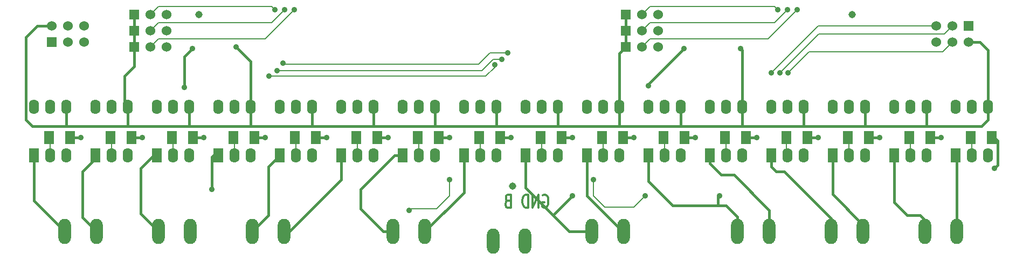
<source format=gbl>
G04 (created by PCBNEW-RS274X (2012-01-19 BZR 3256)-stable) date mer. 09 mai 2012 22:09:25 CEST*
G01*
G70*
G90*
%MOIN*%
G04 Gerber Fmt 3.4, Leading zero omitted, Abs format*
%FSLAX34Y34*%
G04 APERTURE LIST*
%ADD10C,0.006000*%
%ADD11C,0.012000*%
%ADD12R,0.060000X0.060000*%
%ADD13C,0.060000*%
%ADD14R,0.062000X0.090000*%
%ADD15O,0.062000X0.090000*%
%ADD16O,0.078000X0.156000*%
%ADD17R,0.060000X0.080000*%
%ADD18C,0.045000*%
%ADD19C,0.035000*%
%ADD20C,0.015900*%
%ADD21C,0.008000*%
G04 APERTURE END LIST*
G54D10*
G54D11*
X62186Y-56962D02*
X62243Y-56924D01*
X62329Y-56924D01*
X62414Y-56962D01*
X62472Y-57038D01*
X62500Y-57114D01*
X62529Y-57267D01*
X62529Y-57381D01*
X62500Y-57533D01*
X62472Y-57610D01*
X62414Y-57686D01*
X62329Y-57724D01*
X62272Y-57724D01*
X62186Y-57686D01*
X62157Y-57648D01*
X62157Y-57381D01*
X62272Y-57381D01*
X61900Y-57724D02*
X61900Y-56924D01*
X61557Y-57724D01*
X61557Y-56924D01*
X61271Y-57724D02*
X61271Y-56924D01*
X61128Y-56924D01*
X61043Y-56962D01*
X60985Y-57038D01*
X60957Y-57114D01*
X60928Y-57267D01*
X60928Y-57381D01*
X60957Y-57533D01*
X60985Y-57610D01*
X61043Y-57686D01*
X61128Y-57724D01*
X61271Y-57724D01*
X60014Y-57305D02*
X59928Y-57343D01*
X59900Y-57381D01*
X59871Y-57457D01*
X59871Y-57571D01*
X59900Y-57648D01*
X59928Y-57686D01*
X59986Y-57724D01*
X60214Y-57724D01*
X60214Y-56924D01*
X60014Y-56924D01*
X59957Y-56962D01*
X59928Y-57000D01*
X59900Y-57076D01*
X59900Y-57152D01*
X59928Y-57229D01*
X59957Y-57267D01*
X60014Y-57305D01*
X60214Y-57305D01*
G54D12*
X67300Y-47800D03*
G54D13*
X68300Y-47800D03*
X69300Y-47800D03*
G54D12*
X67300Y-46800D03*
G54D13*
X68300Y-46800D03*
X69300Y-46800D03*
G54D12*
X67300Y-45800D03*
G54D13*
X68300Y-45800D03*
X69300Y-45800D03*
G54D14*
X61100Y-54500D03*
G54D15*
X62100Y-54500D03*
X63100Y-54500D03*
X63100Y-51500D03*
X62100Y-51500D03*
X61100Y-51500D03*
G54D14*
X64900Y-54500D03*
G54D15*
X65900Y-54500D03*
X66900Y-54500D03*
X66900Y-51500D03*
X65900Y-51500D03*
X64900Y-51500D03*
G54D14*
X68700Y-54500D03*
G54D15*
X69700Y-54500D03*
X70700Y-54500D03*
X70700Y-51500D03*
X69700Y-51500D03*
X68700Y-51500D03*
G54D14*
X72500Y-54500D03*
G54D15*
X73500Y-54500D03*
X74500Y-54500D03*
X74500Y-51500D03*
X73500Y-51500D03*
X72500Y-51500D03*
G54D14*
X76300Y-54500D03*
G54D15*
X77300Y-54500D03*
X78300Y-54500D03*
X78300Y-51500D03*
X77300Y-51500D03*
X76300Y-51500D03*
G54D14*
X80100Y-54500D03*
G54D15*
X81100Y-54500D03*
X82100Y-54500D03*
X82100Y-51500D03*
X81100Y-51500D03*
X80100Y-51500D03*
G54D14*
X83900Y-54500D03*
G54D15*
X84900Y-54500D03*
X85900Y-54500D03*
X85900Y-51500D03*
X84900Y-51500D03*
X83900Y-51500D03*
G54D14*
X87700Y-54500D03*
G54D15*
X88700Y-54500D03*
X89700Y-54500D03*
X89700Y-51500D03*
X88700Y-51500D03*
X87700Y-51500D03*
G54D14*
X30700Y-54500D03*
G54D15*
X31700Y-54500D03*
X32700Y-54500D03*
X32700Y-51500D03*
X31700Y-51500D03*
X30700Y-51500D03*
G54D14*
X34500Y-54500D03*
G54D15*
X35500Y-54500D03*
X36500Y-54500D03*
X36500Y-51500D03*
X35500Y-51500D03*
X34500Y-51500D03*
G54D14*
X38300Y-54500D03*
G54D15*
X39300Y-54500D03*
X40300Y-54500D03*
X40300Y-51500D03*
X39300Y-51500D03*
X38300Y-51500D03*
G54D14*
X42100Y-54500D03*
G54D15*
X43100Y-54500D03*
X44100Y-54500D03*
X44100Y-51500D03*
X43100Y-51500D03*
X42100Y-51500D03*
G54D14*
X45900Y-54500D03*
G54D15*
X46900Y-54500D03*
X47900Y-54500D03*
X47900Y-51500D03*
X46900Y-51500D03*
X45900Y-51500D03*
G54D14*
X49700Y-54500D03*
G54D15*
X50700Y-54500D03*
X51700Y-54500D03*
X51700Y-51500D03*
X50700Y-51500D03*
X49700Y-51500D03*
G54D14*
X53500Y-54500D03*
G54D15*
X54500Y-54500D03*
X55500Y-54500D03*
X55500Y-51500D03*
X54500Y-51500D03*
X53500Y-51500D03*
G54D14*
X57300Y-54500D03*
G54D15*
X58300Y-54500D03*
X59300Y-54500D03*
X59300Y-51500D03*
X58300Y-51500D03*
X57300Y-51500D03*
G54D16*
X52910Y-59200D03*
X54880Y-59200D03*
X44210Y-59200D03*
X46180Y-59200D03*
X38410Y-59200D03*
X40380Y-59200D03*
X32610Y-59200D03*
X34580Y-59200D03*
X85810Y-59200D03*
X87780Y-59200D03*
X80010Y-59200D03*
X81980Y-59200D03*
X74210Y-59200D03*
X76180Y-59200D03*
X65210Y-59200D03*
X67180Y-59200D03*
G54D12*
X31800Y-47500D03*
G54D13*
X31800Y-46500D03*
X32800Y-47500D03*
X32800Y-46500D03*
X33800Y-47500D03*
X33800Y-46500D03*
G54D12*
X88500Y-46500D03*
G54D13*
X88500Y-47500D03*
X87500Y-46500D03*
X87500Y-47500D03*
X86500Y-46500D03*
X86500Y-47500D03*
G54D16*
X59110Y-59800D03*
X61080Y-59800D03*
G54D12*
X36900Y-47800D03*
G54D13*
X37900Y-47800D03*
X38900Y-47800D03*
G54D12*
X36900Y-46800D03*
G54D13*
X37900Y-46800D03*
X38900Y-46800D03*
G54D12*
X36900Y-45800D03*
G54D13*
X37900Y-45800D03*
X38900Y-45800D03*
G54D17*
X58250Y-53400D03*
X59550Y-53400D03*
X54450Y-53400D03*
X55750Y-53400D03*
X50650Y-53400D03*
X51950Y-53400D03*
X46850Y-53400D03*
X48150Y-53400D03*
X43050Y-53400D03*
X44350Y-53400D03*
X39250Y-53400D03*
X40550Y-53400D03*
X35450Y-53400D03*
X36750Y-53400D03*
X31650Y-53400D03*
X32950Y-53400D03*
X88650Y-53400D03*
X89950Y-53400D03*
X84850Y-53400D03*
X86150Y-53400D03*
X81050Y-53400D03*
X82350Y-53400D03*
X77250Y-53400D03*
X78550Y-53400D03*
X73450Y-53400D03*
X74750Y-53400D03*
X69650Y-53400D03*
X70950Y-53400D03*
X65850Y-53400D03*
X67150Y-53400D03*
X62050Y-53400D03*
X63350Y-53400D03*
G54D18*
X81300Y-45800D03*
X40900Y-45800D03*
X60300Y-56400D03*
G54D19*
X40000Y-50300D03*
X68700Y-50200D03*
X40500Y-47900D03*
X70900Y-47900D03*
X76300Y-49400D03*
X59200Y-48900D03*
X45250Y-49600D03*
X73100Y-57000D03*
X64000Y-57000D03*
X41700Y-56600D03*
X59650Y-48550D03*
X45750Y-49250D03*
X76850Y-49400D03*
X77350Y-49400D03*
X60000Y-48150D03*
X46100Y-48800D03*
X43200Y-47800D03*
X74400Y-47900D03*
X45000Y-53400D03*
X60200Y-53400D03*
X33600Y-53400D03*
X41200Y-53400D03*
X71600Y-53400D03*
X75400Y-53400D03*
X79200Y-53400D03*
X83000Y-53400D03*
X90100Y-55300D03*
X64000Y-53400D03*
X67800Y-53400D03*
X86800Y-53400D03*
X37400Y-53400D03*
X48800Y-53400D03*
X52600Y-53400D03*
X56400Y-53400D03*
X68500Y-57000D03*
X65300Y-56000D03*
X46200Y-45500D03*
X77900Y-45500D03*
X76700Y-45500D03*
X56400Y-56000D03*
X53900Y-57900D03*
X77300Y-45500D03*
X45600Y-45500D03*
X46800Y-45500D03*
G54D20*
X40500Y-47900D02*
X40000Y-48400D01*
X40000Y-48400D02*
X40000Y-50300D01*
X68700Y-50100D02*
X68700Y-50200D01*
X70900Y-47900D02*
X68700Y-50100D01*
G54D21*
X76300Y-49400D02*
X79200Y-46500D01*
X79200Y-46500D02*
X86500Y-46500D01*
X58650Y-49600D02*
X45250Y-49600D01*
X59200Y-48900D02*
X59200Y-49050D01*
X58650Y-49600D02*
X59200Y-49050D01*
G54D20*
X57300Y-54500D02*
X57300Y-56780D01*
X57300Y-56780D02*
X54880Y-59200D01*
X53000Y-54500D02*
X50900Y-56600D01*
X50900Y-56600D02*
X50900Y-57800D01*
X50900Y-57800D02*
X52300Y-59200D01*
X52300Y-59200D02*
X52910Y-59200D01*
X53500Y-54500D02*
X53000Y-54500D01*
X81980Y-58780D02*
X80100Y-56900D01*
X80100Y-56900D02*
X80100Y-54500D01*
X81980Y-59200D02*
X81980Y-58780D01*
X80010Y-59200D02*
X80010Y-58410D01*
X76300Y-55200D02*
X76300Y-54500D01*
X77100Y-55500D02*
X76600Y-55500D01*
X80010Y-58410D02*
X77100Y-55500D01*
X76600Y-55500D02*
X76300Y-55200D01*
X76180Y-57880D02*
X74000Y-55700D01*
X74000Y-55700D02*
X73200Y-55700D01*
X76180Y-59200D02*
X76180Y-57880D01*
X72500Y-55000D02*
X72500Y-54500D01*
X73200Y-55700D02*
X72500Y-55000D01*
X73000Y-57100D02*
X73100Y-57000D01*
X73000Y-57600D02*
X73000Y-57100D01*
X73000Y-57600D02*
X70200Y-57600D01*
X74210Y-58310D02*
X73500Y-57600D01*
X74210Y-59200D02*
X74210Y-58310D01*
X73500Y-57600D02*
X73000Y-57600D01*
X68700Y-56100D02*
X68700Y-54500D01*
X70200Y-57600D02*
X68700Y-56100D01*
X67180Y-59200D02*
X67100Y-59200D01*
X67100Y-59200D02*
X64900Y-57000D01*
X64900Y-57000D02*
X64900Y-54500D01*
X61100Y-56500D02*
X61100Y-54500D01*
X65210Y-59200D02*
X63800Y-59200D01*
X62800Y-58200D02*
X61100Y-56500D01*
X63800Y-59200D02*
X62800Y-58200D01*
X62800Y-58200D02*
X64000Y-57000D01*
X46180Y-59200D02*
X46500Y-59200D01*
X46500Y-59200D02*
X49700Y-56000D01*
X49700Y-56000D02*
X49700Y-54500D01*
X44210Y-59190D02*
X45200Y-58200D01*
X45200Y-55200D02*
X45900Y-54500D01*
X45200Y-58200D02*
X45200Y-55200D01*
X44210Y-59200D02*
X44210Y-59190D01*
X42100Y-54500D02*
X41800Y-54500D01*
X41700Y-54600D02*
X41700Y-56600D01*
X41800Y-54500D02*
X41700Y-54600D01*
X37300Y-58090D02*
X38410Y-59200D01*
X38300Y-54500D02*
X38100Y-54500D01*
X38100Y-54500D02*
X37300Y-55300D01*
X37300Y-55300D02*
X37300Y-58090D01*
X34500Y-54500D02*
X34500Y-54700D01*
X34500Y-54700D02*
X33700Y-55500D01*
X33700Y-55500D02*
X33700Y-58320D01*
X33700Y-58320D02*
X34580Y-59200D01*
X30700Y-57290D02*
X32610Y-59200D01*
X30700Y-54500D02*
X30700Y-57290D01*
X87780Y-59200D02*
X87780Y-54580D01*
X87780Y-54580D02*
X87700Y-54500D01*
X85810Y-58510D02*
X85500Y-58200D01*
X85500Y-58200D02*
X84700Y-58200D01*
X84700Y-58200D02*
X83900Y-57400D01*
X83900Y-57400D02*
X83900Y-54500D01*
X85810Y-59200D02*
X85810Y-58510D01*
G54D21*
X58400Y-49250D02*
X45750Y-49250D01*
X86150Y-47000D02*
X79250Y-47000D01*
X76850Y-49400D02*
X79250Y-47000D01*
X86150Y-47000D02*
X87000Y-47000D01*
X87000Y-47000D02*
X87500Y-46500D01*
X58400Y-49250D02*
X59100Y-48550D01*
X59100Y-48550D02*
X59650Y-48550D01*
X78650Y-48100D02*
X86900Y-48100D01*
X46150Y-48850D02*
X46100Y-48800D01*
X58200Y-48850D02*
X46150Y-48850D01*
X87500Y-47500D02*
X86900Y-48100D01*
X58900Y-48150D02*
X58200Y-48850D01*
X60000Y-48150D02*
X58900Y-48150D01*
X78650Y-48100D02*
X77350Y-49400D01*
G54D20*
X66900Y-48200D02*
X66900Y-51500D01*
X36900Y-46800D02*
X36900Y-47800D01*
X30600Y-52700D02*
X30200Y-52300D01*
X36300Y-51300D02*
X36500Y-51500D01*
X85900Y-51500D02*
X85900Y-52700D01*
X36900Y-49000D02*
X36300Y-49600D01*
X67300Y-45800D02*
X67300Y-46800D01*
X74500Y-52700D02*
X78300Y-52700D01*
X44100Y-52700D02*
X47900Y-52700D01*
X32700Y-52700D02*
X30600Y-52700D01*
X59300Y-52700D02*
X59300Y-51500D01*
X37600Y-52700D02*
X40300Y-52700D01*
X44100Y-48700D02*
X44100Y-51500D01*
X44100Y-51500D02*
X44100Y-52700D01*
X70700Y-52700D02*
X74500Y-52700D01*
X67300Y-47800D02*
X66900Y-48200D01*
X78300Y-51500D02*
X78300Y-52700D01*
X74500Y-48000D02*
X74500Y-51500D01*
X30900Y-46500D02*
X31800Y-46500D01*
X74400Y-47900D02*
X74500Y-48000D01*
X85900Y-52700D02*
X89300Y-52700D01*
X47900Y-52700D02*
X51700Y-52700D01*
X66900Y-52700D02*
X66900Y-51500D01*
X36900Y-45800D02*
X36900Y-46800D01*
X89700Y-51500D02*
X89700Y-48000D01*
X55500Y-51500D02*
X55500Y-52700D01*
X32900Y-52700D02*
X36500Y-52700D01*
X47900Y-51500D02*
X47900Y-52700D01*
X63100Y-52700D02*
X66900Y-52700D01*
X51700Y-51500D02*
X51700Y-52700D01*
X36700Y-52700D02*
X37600Y-52700D01*
X89300Y-52700D02*
X89700Y-52300D01*
X82100Y-52700D02*
X85900Y-52700D01*
X40300Y-52700D02*
X44100Y-52700D01*
X36300Y-49600D02*
X36300Y-51300D01*
X82100Y-52700D02*
X82100Y-51500D01*
X36500Y-51500D02*
X36500Y-52700D01*
X70700Y-52700D02*
X70700Y-51500D01*
X32700Y-52700D02*
X32900Y-52700D01*
X63100Y-52700D02*
X63100Y-51500D01*
X66900Y-52700D02*
X70700Y-52700D01*
X74500Y-51500D02*
X74500Y-52700D01*
X30200Y-52300D02*
X30200Y-47200D01*
X36900Y-47800D02*
X36900Y-49000D01*
X30200Y-47200D02*
X30900Y-46500D01*
X78300Y-52700D02*
X82100Y-52700D01*
X59300Y-52700D02*
X63100Y-52700D01*
X40300Y-51500D02*
X40300Y-52700D01*
X51700Y-52700D02*
X55500Y-52700D01*
X89200Y-47500D02*
X88500Y-47500D01*
X32700Y-51500D02*
X32700Y-52700D01*
X89700Y-48000D02*
X89200Y-47500D01*
X43200Y-47800D02*
X44100Y-48700D01*
X89700Y-52300D02*
X89700Y-51500D01*
X67300Y-46800D02*
X67300Y-47800D01*
X55500Y-52700D02*
X59300Y-52700D01*
X36500Y-52700D02*
X36700Y-52700D01*
X45000Y-53400D02*
X44350Y-53400D01*
X32950Y-53400D02*
X33600Y-53400D01*
X59550Y-53400D02*
X60200Y-53400D01*
X70950Y-53400D02*
X71600Y-53400D01*
X74750Y-53400D02*
X75400Y-53400D01*
X78550Y-53400D02*
X79200Y-53400D01*
X90100Y-53400D02*
X90300Y-53600D01*
X90300Y-53600D02*
X90300Y-55100D01*
X90300Y-55100D02*
X90100Y-55300D01*
X86150Y-53400D02*
X86800Y-53400D01*
X64000Y-53400D02*
X63350Y-53400D01*
X67800Y-53400D02*
X67150Y-53400D01*
X82350Y-53400D02*
X83000Y-53400D01*
X89950Y-53400D02*
X90100Y-53400D01*
X36750Y-53400D02*
X37400Y-53400D01*
X55750Y-53400D02*
X56400Y-53400D01*
X40550Y-53400D02*
X41200Y-53400D01*
X48150Y-53400D02*
X48800Y-53400D01*
X51950Y-53400D02*
X52600Y-53400D01*
G54D21*
X77250Y-54450D02*
X77300Y-54500D01*
X77250Y-53400D02*
X77250Y-54450D01*
X88700Y-54500D02*
X88700Y-53450D01*
X88700Y-53450D02*
X88650Y-53400D01*
X65900Y-54500D02*
X65900Y-53450D01*
X65900Y-53450D02*
X65850Y-53400D01*
X66000Y-57700D02*
X67800Y-57700D01*
X67800Y-57700D02*
X68500Y-57000D01*
X65300Y-56000D02*
X65300Y-57000D01*
X65300Y-57000D02*
X66000Y-57700D01*
X46200Y-45500D02*
X45400Y-46300D01*
X38400Y-46300D02*
X37900Y-46800D01*
X45400Y-46300D02*
X38400Y-46300D01*
X77900Y-45500D02*
X76100Y-47300D01*
X68800Y-47300D02*
X68300Y-47800D01*
X76100Y-47300D02*
X68800Y-47300D01*
X76700Y-45500D02*
X76500Y-45300D01*
X68800Y-45300D02*
X68300Y-45800D01*
X76500Y-45300D02*
X68800Y-45300D01*
X54000Y-57800D02*
X55600Y-57800D01*
X56400Y-57000D02*
X56400Y-56000D01*
X55600Y-57800D02*
X56400Y-57000D01*
X53900Y-57900D02*
X54000Y-57800D01*
X69700Y-54500D02*
X69700Y-53450D01*
X69700Y-53450D02*
X69650Y-53400D01*
X31700Y-54500D02*
X31700Y-53450D01*
X31700Y-53450D02*
X31650Y-53400D01*
X43100Y-54500D02*
X43100Y-53450D01*
X43100Y-53450D02*
X43050Y-53400D01*
X73500Y-54500D02*
X73500Y-53450D01*
X73500Y-53450D02*
X73450Y-53400D01*
X35500Y-54500D02*
X35500Y-53450D01*
X35500Y-53450D02*
X35450Y-53400D01*
X39300Y-54500D02*
X39300Y-53450D01*
X39300Y-53450D02*
X39250Y-53400D01*
X84900Y-53450D02*
X84850Y-53400D01*
X84900Y-54500D02*
X84900Y-53450D01*
X62100Y-53450D02*
X62050Y-53400D01*
X62100Y-54500D02*
X62100Y-53450D01*
X81100Y-54500D02*
X81100Y-53450D01*
X81100Y-53450D02*
X81050Y-53400D01*
X50700Y-54500D02*
X50700Y-53450D01*
X50700Y-53450D02*
X50650Y-53400D01*
X54500Y-54500D02*
X54500Y-53450D01*
X54500Y-53450D02*
X54450Y-53400D01*
X68800Y-46300D02*
X68300Y-46800D01*
X69000Y-46300D02*
X68800Y-46300D01*
X77300Y-45500D02*
X76800Y-46000D01*
X76500Y-46300D02*
X69000Y-46300D01*
X76600Y-46200D02*
X76500Y-46300D01*
X76800Y-46000D02*
X76600Y-46200D01*
X45600Y-45500D02*
X45400Y-45300D01*
X45400Y-45300D02*
X38400Y-45300D01*
X38400Y-45300D02*
X37900Y-45800D01*
X46800Y-45500D02*
X45000Y-47300D01*
X45000Y-47300D02*
X38400Y-47300D01*
X38400Y-47300D02*
X37900Y-47800D01*
X46900Y-54500D02*
X46900Y-53450D01*
X46900Y-53450D02*
X46850Y-53400D01*
X58300Y-54500D02*
X58300Y-53450D01*
X58300Y-53450D02*
X58250Y-53400D01*
M02*

</source>
